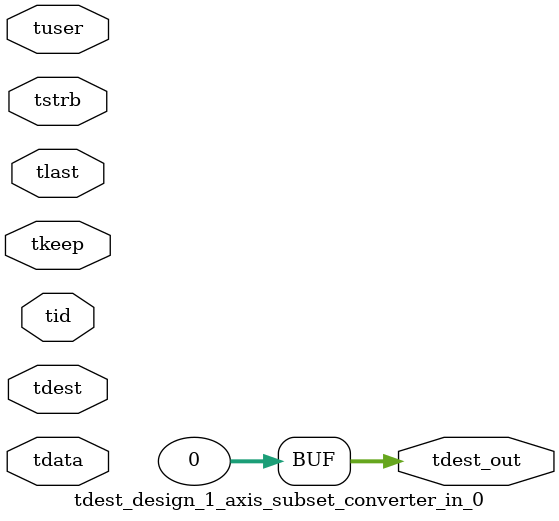
<source format=v>


`timescale 1ps/1ps

module tdest_design_1_axis_subset_converter_in_0 #
(
parameter C_S_AXIS_TDATA_WIDTH = 32,
parameter C_S_AXIS_TUSER_WIDTH = 0,
parameter C_S_AXIS_TID_WIDTH   = 0,
parameter C_S_AXIS_TDEST_WIDTH = 0,
parameter C_M_AXIS_TDEST_WIDTH = 32
)
(
input  [(C_S_AXIS_TDATA_WIDTH == 0 ? 1 : C_S_AXIS_TDATA_WIDTH)-1:0     ] tdata,
input  [(C_S_AXIS_TUSER_WIDTH == 0 ? 1 : C_S_AXIS_TUSER_WIDTH)-1:0     ] tuser,
input  [(C_S_AXIS_TID_WIDTH   == 0 ? 1 : C_S_AXIS_TID_WIDTH)-1:0       ] tid,
input  [(C_S_AXIS_TDEST_WIDTH == 0 ? 1 : C_S_AXIS_TDEST_WIDTH)-1:0     ] tdest,
input  [(C_S_AXIS_TDATA_WIDTH/8)-1:0 ] tkeep,
input  [(C_S_AXIS_TDATA_WIDTH/8)-1:0 ] tstrb,
input                                                                    tlast,
output [C_M_AXIS_TDEST_WIDTH-1:0] tdest_out
);

assign tdest_out = {1'b0};

endmodule


</source>
